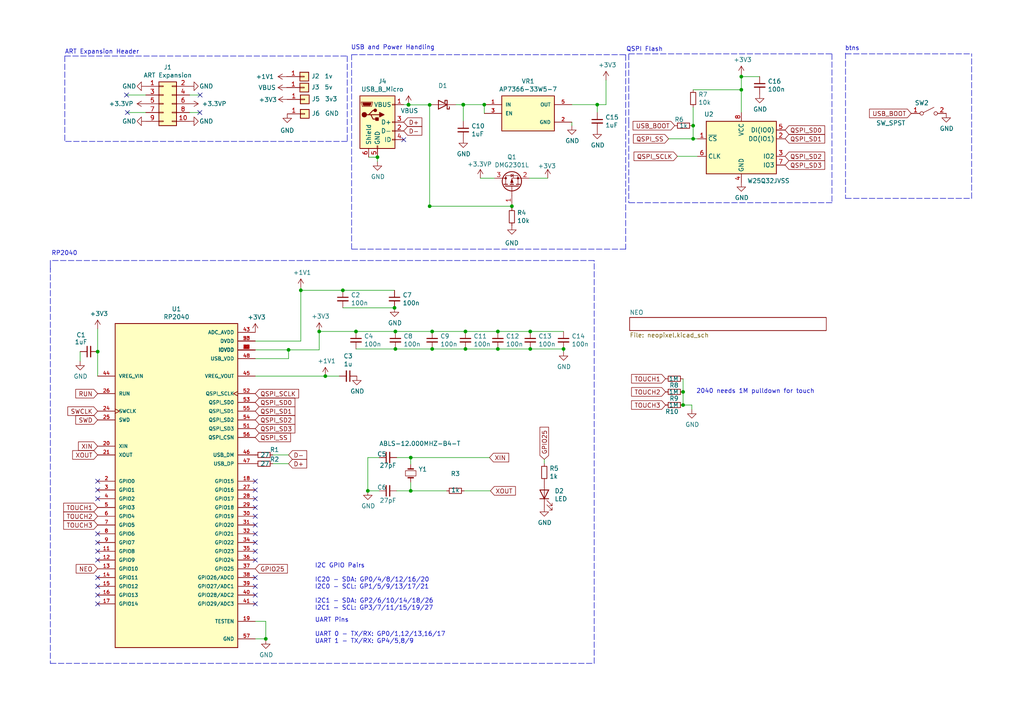
<source format=kicad_sch>
(kicad_sch (version 20211123) (generator eeschema)
  (paper "A4")
  (title_block (title "Purple Wizard Art Board - Spells") (date "2022-07-03") (rev "0.1") (company "DC801") (comment 9 "redactd"))
  (lib_symbols
    (symbol "+1V1_1" (power) (pin_names (offset 0))
      (property "Value" "+1V1_1" (at 0 3.556 0))
      (symbol "+1V1_1_1_1"
        (pin power_in line (at 0 0 90) (length 0) hide (name "+1V1") (number "1"))
      )
    )
    (symbol "+3.3V_1" (power) (pin_names (offset 0))
      (property "Value" "+3.3V_1" (at 0 3.556 0))
      (symbol "+3.3V_1_1_1"
        (pin power_in line (at 0 0 90) (length 0) hide (name "+3V3") (number "1"))
      )
    )
    (symbol "+3.3V_2" (power) (pin_names (offset 0))
      (property "Value" "+3.3V_2" (at 0 3.556 0))
      (symbol "+3.3V_2_1_1"
        (pin power_in line (at 0 0 90) (length 0) hide (name "+3V3") (number "1"))
      )
    )
    (symbol "+3.3V_4" (power) (pin_names (offset 0))
      (property "Value" "+3.3V_4" (at 0 3.556 0))
      (symbol "+3.3V_4_1_1"
        (pin power_in line (at 0 0 90) (length 0) hide (name "+3V3") (number "1"))
      )
    )
    (symbol "+3.3V_5" (power) (pin_names (offset 0))
      (property "Value" "+3.3V_5" (at 0 3.556 0))
      (symbol "+3.3V_5_1_1"
        (pin power_in line (at 0 0 90) (length 0) hide (name "+3V3") (number "1"))
      )
    )
    (symbol "+3.3V_6" (power) (pin_names (offset 0))
      (property "Value" "+3.3V_6" (at 0 3.556 0))
      (symbol "+3.3V_6_1_1"
        (pin power_in line (at 0 0 90) (length 0) hide (name "+3V3") (number "1"))
      )
    )
    (symbol "AP7366-33W5-7:AP7366-33W5-7" (pin_names (offset 1.016))
      (property "Reference" "VR" (at -7.62 6.35 0))
      (property "Value" "AP7366-33W5-7" (at -7.62 -6.35 0))
      (symbol "AP7366-33W5-7_0_0"
        (pin input line (at -12.7 2.54 0) (length 5.08) (name "IN") (number "1"))
        (pin power_in line (at 12.7 -2.54 180) (length 5.08) (name "GND") (number "2"))
        (pin input line (at -12.7 0 0) (length 5.08) (name "EN") (number "3"))
        (pin output line (at 12.7 2.54 180) (length 5.08) (name "OUT") (number "5"))
      )
    )
    (symbol "C_Small_1" (pin_numbers hide) (pin_names (offset 0.254) hide)
      (property "Reference" "C" (at 0.254 1.778 0))
      (property "Value" "C_Small_1" (at 0.254 -2.032 0))
      (symbol "C_Small_1_1_1"
        (pin passive line (at 0 2.54 270) (length 2.032) (name "~") (number "1"))
        (pin passive line (at 0 -2.54 90) (length 2.032) (name "~") (number "2"))
      )
    )
    (symbol "C_Small_11" (pin_numbers hide) (pin_names (offset 0.254) hide)
      (property "Reference" "C" (at 0.254 1.778 0))
      (property "Value" "C_Small_11" (at 0.254 -2.032 0))
      (symbol "C_Small_11_1_1"
        (pin passive line (at 0 2.54 270) (length 2.032) (name "~") (number "1"))
        (pin passive line (at 0 -2.54 90) (length 2.032) (name "~") (number "2"))
      )
    )
    (symbol "C_Small_12" (pin_numbers hide) (pin_names (offset 0.254) hide)
      (property "Reference" "C" (at 0.254 1.778 0))
      (property "Value" "C_Small_12" (at 0.254 -2.032 0))
      (symbol "C_Small_12_1_1"
        (pin passive line (at 0 2.54 270) (length 2.032) (name "~") (number "1"))
        (pin passive line (at 0 -2.54 90) (length 2.032) (name "~") (number "2"))
      )
    )
    (symbol "C_Small_16" (pin_numbers hide) (pin_names (offset 0.254) hide)
      (property "Reference" "C" (at 0.254 1.778 0))
      (property "Value" "C_Small_16" (at 0.254 -2.032 0))
      (symbol "C_Small_16_1_1"
        (pin passive line (at 0 2.54 270) (length 2.032) (name "~") (number "1"))
        (pin passive line (at 0 -2.54 90) (length 2.032) (name "~") (number "2"))
      )
    )
    (symbol "C_Small_17" (pin_numbers hide) (pin_names (offset 0.254) hide)
      (property "Reference" "C" (at 0.254 1.778 0))
      (property "Value" "C_Small_17" (at 0.254 -2.032 0))
      (symbol "C_Small_17_1_1"
        (pin passive line (at 0 2.54 270) (length 2.032) (name "~") (number "1"))
        (pin passive line (at 0 -2.54 90) (length 2.032) (name "~") (number "2"))
      )
    )
    (symbol "C_Small_18" (pin_numbers hide) (pin_names (offset 0.254) hide)
      (property "Reference" "C" (at 0.254 1.778 0))
      (property "Value" "C_Small_18" (at 0.254 -2.032 0))
      (symbol "C_Small_18_1_1"
        (pin passive line (at 0 2.54 270) (length 2.032) (name "~") (number "1"))
        (pin passive line (at 0 -2.54 90) (length 2.032) (name "~") (number "2"))
      )
    )
    (symbol "C_Small_19" (pin_numbers hide) (pin_names (offset 0.254) hide)
      (property "Reference" "C" (at 0.254 1.778 0))
      (property "Value" "C_Small_19" (at 0.254 -2.032 0))
      (symbol "C_Small_19_1_1"
        (pin passive line (at 0 2.54 270) (length 2.032) (name "~") (number "1"))
        (pin passive line (at 0 -2.54 90) (length 2.032) (name "~") (number "2"))
      )
    )
    (symbol "C_Small_2" (pin_numbers hide) (pin_names (offset 0.254) hide)
      (property "Reference" "C" (at 0.254 1.778 0))
      (property "Value" "C_Small_2" (at 0.254 -2.032 0))
      (symbol "C_Small_2_1_1"
        (pin passive line (at 0 2.54 270) (length 2.032) (name "~") (number "1"))
        (pin passive line (at 0 -2.54 90) (length 2.032) (name "~") (number "2"))
      )
    )
    (symbol "C_Small_20" (pin_numbers hide) (pin_names (offset 0.254) hide)
      (property "Reference" "C" (at 0.254 1.778 0))
      (property "Value" "C_Small_20" (at 0.254 -2.032 0))
      (symbol "C_Small_20_1_1"
        (pin passive line (at 0 2.54 270) (length 2.032) (name "~") (number "1"))
        (pin passive line (at 0 -2.54 90) (length 2.032) (name "~") (number "2"))
      )
    )
    (symbol "C_Small_3" (pin_numbers hide) (pin_names (offset 0.254) hide)
      (property "Reference" "C" (at 0.254 1.778 0))
      (property "Value" "C_Small_3" (at 0.254 -2.032 0))
      (symbol "C_Small_3_1_1"
        (pin passive line (at 0 2.54 270) (length 2.032) (name "~") (number "1"))
        (pin passive line (at 0 -2.54 90) (length 2.032) (name "~") (number "2"))
      )
    )
    (symbol "C_Small_4" (pin_numbers hide) (pin_names (offset 0.254) hide)
      (property "Reference" "C" (at 0.254 1.778 0))
      (property "Value" "C_Small_4" (at 0.254 -2.032 0))
      (symbol "C_Small_4_1_1"
        (pin passive line (at 0 2.54 270) (length 2.032) (name "~") (number "1"))
        (pin passive line (at 0 -2.54 90) (length 2.032) (name "~") (number "2"))
      )
    )
    (symbol "C_Small_5" (pin_numbers hide) (pin_names (offset 0.254) hide)
      (property "Reference" "C" (at 0.254 1.778 0))
      (property "Value" "C_Small_5" (at 0.254 -2.032 0))
      (symbol "C_Small_5_1_1"
        (pin passive line (at 0 2.54 270) (length 2.032) (name "~") (number "1"))
        (pin passive line (at 0 -2.54 90) (length 2.032) (name "~") (number "2"))
      )
    )
    (symbol "C_Small_6" (pin_numbers hide) (pin_names (offset 0.254) hide)
      (property "Reference" "C" (at 0.254 1.778 0))
      (property "Value" "C_Small_6" (at 0.254 -2.032 0))
      (symbol "C_Small_6_1_1"
        (pin passive line (at 0 2.54 270) (length 2.032) (name "~") (number "1"))
        (pin passive line (at 0 -2.54 90) (length 2.032) (name "~") (number "2"))
      )
    )
    (symbol "C_Small_7" (pin_numbers hide) (pin_names (offset 0.254) hide)
      (property "Reference" "C" (at 0.254 1.778 0))
      (property "Value" "C_Small_7" (at 0.254 -2.032 0))
      (symbol "C_Small_7_1_1"
        (pin passive line (at 0 2.54 270) (length 2.032) (name "~") (number "1"))
        (pin passive line (at 0 -2.54 90) (length 2.032) (name "~") (number "2"))
      )
    )
    (symbol "C_Small_8" (pin_numbers hide) (pin_names (offset 0.254) hide)
      (property "Reference" "C" (at 0.254 1.778 0))
      (property "Value" "C_Small_8" (at 0.254 -2.032 0))
      (symbol "C_Small_8_1_1"
        (pin passive line (at 0 2.54 270) (length 2.032) (name "~") (number "1"))
        (pin passive line (at 0 -2.54 90) (length 2.032) (name "~") (number "2"))
      )
    )
    (symbol "Connector:USB_B_Micro" (pin_names (offset 1.016))
      (property "Reference" "J" (at -5.08 11.43 0))
      (property "Value" "USB_B_Micro" (at -5.08 8.89 0))
      (symbol "USB_B_Micro_1_1"
        (pin power_out line (at 7.62 5.08 180) (length 2.54) (name "VBUS") (number "1"))
        (pin bidirectional line (at 7.62 -2.54 180) (length 2.54) (name "D-") (number "2"))
        (pin bidirectional line (at 7.62 0 180) (length 2.54) (name "D+") (number "3"))
        (pin passive line (at 7.62 -5.08 180) (length 2.54) (name "ID") (number "4"))
        (pin power_out line (at 0 -10.16 90) (length 2.54) (name "GND") (number "5"))
        (pin passive line (at -2.54 -10.16 90) (length 2.54) (name "Shield") (number "6"))
      )
    )
    (symbol "Connector_Generic:Conn_01x01" (pin_names (offset 1.016) hide)
      (property "Reference" "J" (at 0 2.54 0))
      (property "Value" "Conn_01x01" (at 0 -2.54 0))
      (symbol "Conn_01x01_1_1"
        (pin passive line (at -5.08 0 0) (length 3.81) (name "Pin_1") (number "1"))
      )
    )
    (symbol "Connector_Generic:Conn_02x05_Odd_Even" (pin_names (offset 1.016) hide)
      (property "Reference" "J" (at 1.27 7.62 0))
      (property "Value" "Conn_02x05_Odd_Even" (at 1.27 -7.62 0))
      (symbol "Conn_02x05_Odd_Even_1_1"
        (pin passive line (at -5.08 5.08 0) (length 3.81) (name "Pin_1") (number "1"))
        (pin passive line (at 7.62 -5.08 180) (length 3.81) (name "Pin_10") (number "10"))
        (pin passive line (at 7.62 5.08 180) (length 3.81) (name "Pin_2") (number "2"))
        (pin passive line (at -5.08 2.54 0) (length 3.81) (name "Pin_3") (number "3"))
        (pin passive line (at 7.62 2.54 180) (length 3.81) (name "Pin_4") (number "4"))
        (pin passive line (at -5.08 0 0) (length 3.81) (name "Pin_5") (number "5"))
        (pin passive line (at 7.62 0 180) (length 3.81) (name "Pin_6") (number "6"))
        (pin passive line (at -5.08 -2.54 0) (length 3.81) (name "Pin_7") (number "7"))
        (pin passive line (at 7.62 -2.54 180) (length 3.81) (name "Pin_8") (number "8"))
        (pin passive line (at -5.08 -5.08 0) (length 3.81) (name "Pin_9") (number "9"))
      )
    )
    (symbol "Device:C_Small" (pin_numbers hide) (pin_names (offset 0.254) hide)
      (property "Reference" "C" (at 0.254 1.778 0))
      (property "Value" "C_Small" (at 0.254 -2.032 0))
      (symbol "C_Small_1_1"
        (pin passive line (at 0 2.54 270) (length 2.032) (name "~") (number "1"))
        (pin passive line (at 0 -2.54 90) (length 2.032) (name "~") (number "2"))
      )
    )
    (symbol "Device:Crystal_Small" (pin_numbers hide) (pin_names (offset 1.016) hide)
      (property "Reference" "Y" (at 0 2.54 0))
      (property "Value" "Crystal_Small" (at 0 -2.54 0))
      (symbol "Crystal_Small_1_1"
        (pin passive line (at -2.54 0 0) (length 1.27) (name "1") (number "1"))
        (pin passive line (at 2.54 0 180) (length 1.27) (name "2") (number "2"))
      )
    )
    (symbol "Device:D_Schottky" (pin_numbers hide) (pin_names (offset 1.016) hide)
      (property "Reference" "D" (at 0 2.54 0))
      (property "Value" "D_Schottky" (at 0 -2.54 0))
      (symbol "D_Schottky_1_1"
        (pin passive line (at -3.81 0 0) (length 2.54) (name "K") (number "1"))
        (pin passive line (at 3.81 0 180) (length 2.54) (name "A") (number "2"))
      )
    )
    (symbol "Device:LED" (pin_numbers hide) (pin_names (offset 1.016) hide)
      (property "Reference" "D" (at 0 2.54 0))
      (property "Value" "LED" (at 0 -2.54 0))
      (symbol "LED_1_1"
        (pin passive line (at -3.81 0 0) (length 2.54) (name "K") (number "1"))
        (pin passive line (at 3.81 0 180) (length 2.54) (name "A") (number "2"))
      )
    )
    (symbol "Device:R_Small" (pin_numbers hide) (pin_names (offset 0.254) hide)
      (property "Reference" "R" (at 0.762 0.508 0))
      (property "Value" "R_Small" (at 0.762 -1.016 0))
      (symbol "R_Small_1_1"
        (pin passive line (at 0 2.54 270) (length 0.762) (name "~") (number "1"))
        (pin passive line (at 0 -2.54 90) (length 0.762) (name "~") (number "2"))
      )
    )
    (symbol "Memory_Flash:W25Q32JVSS"
      (property "Reference" "U" (at -8.89 8.89 0))
      (property "Value" "W25Q32JVSS" (at 7.62 8.89 0))
      (symbol "W25Q32JVSS_1_1"
        (pin input line (at -12.7 2.54 0) (length 2.54) (name "~{CS}") (number "1"))
        (pin bidirectional line (at 12.7 2.54 180) (length 2.54) (name "DO(IO1)") (number "2"))
        (pin bidirectional line (at 12.7 -2.54 180) (length 2.54) (name "IO2") (number "3"))
        (pin power_in line (at 0 -10.16 90) (length 2.54) (name "GND") (number "4"))
        (pin bidirectional line (at 12.7 5.08 180) (length 2.54) (name "DI(IO0)") (number "5"))
        (pin input line (at -12.7 -2.54 0) (length 2.54) (name "CLK") (number "6"))
        (pin bidirectional line (at 12.7 -5.08 180) (length 2.54) (name "IO3") (number "7"))
        (pin power_in line (at 0 10.16 270) (length 2.54) (name "VCC") (number "8"))
      )
    )
    (symbol "RP2040:RP2040" (pin_names (offset 1.016))
      (property "Reference" "U" (at -17.78 50.8 0))
      (property "Value" "RP2040" (at -17.78 -48.26 0))
      (symbol "RP2040_0_0"
        (pin power_in line (at 22.86 40.64 180) (length 5.08) (name "IOVDD") (number "1"))
        (pin power_in line (at 22.86 40.64 180) (length 5.08) (name "IOVDD") (number "10"))
        (pin bidirectional line (at -22.86 -17.78 0) (length 5.08) (name "GPIO8") (number "11"))
        (pin bidirectional line (at -22.86 -20.32 0) (length 5.08) (name "GPIO9") (number "12"))
        (pin bidirectional line (at -22.86 -22.86 0) (length 5.08) (name "GPIO10") (number "13"))
        (pin bidirectional line (at -22.86 -25.4 0) (length 5.08) (name "GPIO11") (number "14"))
        (pin bidirectional line (at -22.86 -27.94 0) (length 5.08) (name "GPIO12") (number "15"))
        (pin bidirectional line (at -22.86 -30.48 0) (length 5.08) (name "GPIO13") (number "16"))
        (pin bidirectional line (at -22.86 -33.02 0) (length 5.08) (name "GPIO14") (number "17"))
        (pin bidirectional line (at 22.86 2.54 180) (length 5.08) (name "GPIO15") (number "18"))
        (pin passive line (at 22.86 -38.1 180) (length 5.08) (name "TESTEN") (number "19"))
        (pin bidirectional line (at -22.86 2.54 0) (length 5.08) (name "GPIO0") (number "2"))
        (pin input line (at -22.86 12.7 0) (length 5.08) (name "XIN") (number "20"))
        (pin output line (at -22.86 10.16 0) (length 5.08) (name "XOUT") (number "21"))
        (pin power_in line (at 22.86 40.64 180) (length 5.08) (name "IOVDD") (number "22"))
        (pin power_in line (at 22.86 43.18 180) (length 5.08) (name "DVDD") (number "23"))
        (pin input clock (at -22.86 22.86 0) (length 5.08) (name "SWCLK") (number "24"))
        (pin bidirectional line (at -22.86 20.32 0) (length 5.08) (name "SWD") (number "25"))
        (pin input line (at -22.86 27.94 0) (length 5.08) (name "RUN") (number "26"))
        (pin bidirectional line (at 22.86 0 180) (length 5.08) (name "GPIO16") (number "27"))
        (pin bidirectional line (at 22.86 -2.54 180) (length 5.08) (name "GPIO17") (number "28"))
        (pin bidirectional line (at 22.86 -5.08 180) (length 5.08) (name "GPIO18") (number "29"))
        (pin bidirectional line (at -22.86 0 0) (length 5.08) (name "GPIO1") (number "3"))
        (pin bidirectional line (at 22.86 -7.62 180) (length 5.08) (name "GPIO19") (number "30"))
        (pin bidirectional line (at 22.86 -10.16 180) (length 5.08) (name "GPIO20") (number "31"))
        (pin bidirectional line (at 22.86 -12.7 180) (length 5.08) (name "GPIO21") (number "32"))
        (pin power_in line (at 22.86 40.64 180) (length 5.08) (name "IOVDD") (number "33"))
        (pin bidirectional line (at 22.86 -15.24 180) (length 5.08) (name "GPIO22") (number "34"))
        (pin bidirectional line (at 22.86 -17.78 180) (length 5.08) (name "GPIO23") (number "35"))
        (pin bidirectional line (at 22.86 -20.32 180) (length 5.08) (name "GPIO24") (number "36"))
        (pin bidirectional line (at 22.86 -22.86 180) (length 5.08) (name "GPIO25") (number "37"))
        (pin bidirectional line (at 22.86 -25.4 180) (length 5.08) (name "GPIO26/ADC0") (number "38"))
        (pin bidirectional line (at 22.86 -27.94 180) (length 5.08) (name "GPIO27/ADC1") (number "39"))
        (pin bidirectional line (at -22.86 -2.54 0) (length 5.08) (name "GPIO2") (number "4"))
        (pin bidirectional line (at 22.86 -30.48 180) (length 5.08) (name "GPIO28/ADC2") (number "40"))
        (pin bidirectional line (at 22.86 -33.02 180) (length 5.08) (name "GPIO29/ADC3") (number "41"))
        (pin power_in line (at 22.86 40.64 180) (length 5.08) (name "IOVDD") (number "42"))
        (pin power_in line (at 22.86 45.72 180) (length 5.08) (name "ADC_AVDD") (number "43"))
        (pin input line (at -22.86 33.02 0) (length 5.08) (name "VREG_VIN") (number "44"))
        (pin output line (at 22.86 33.02 180) (length 5.08) (name "VREG_VOUT") (number "45"))
        (pin bidirectional line (at 22.86 10.16 180) (length 5.08) (name "USB_DM") (number "46"))
        (pin bidirectional line (at 22.86 7.62 180) (length 5.08) (name "USB_DP") (number "47"))
        (pin power_in line (at 22.86 38.1 180) (length 5.08) (name "USB_VDD") (number "48"))
        (pin power_in line (at 22.86 40.64 180) (length 5.08) (name "IOVDD") (number "49"))
        (pin bidirectional line (at -22.86 -5.08 0) (length 5.08) (name "GPIO3") (number "5"))
        (pin power_in line (at 22.86 43.18 180) (length 5.08) (name "DVDD") (number "50"))
        (pin bidirectional line (at 22.86 17.78 180) (length 5.08) (name "QSPI_SD3") (number "51"))
        (pin bidirectional clock (at 22.86 27.94 180) (length 5.08) (name "QSPI_SCLK") (number "52"))
        (pin bidirectional line (at 22.86 25.4 180) (length 5.08) (name "QSPI_SD0") (number "53"))
        (pin bidirectional line (at 22.86 20.32 180) (length 5.08) (name "QSPI_SD2") (number "54"))
        (pin bidirectional line (at 22.86 22.86 180) (length 5.08) (name "QSPI_SD1") (number "55"))
        (pin bidirectional line (at 22.86 15.24 180) (length 5.08) (name "QSPI_CSN") (number "56"))
        (pin power_in line (at 22.86 -43.18 180) (length 5.08) (name "GND") (number "57"))
        (pin bidirectional line (at -22.86 -7.62 0) (length 5.08) (name "GPIO4") (number "6"))
        (pin bidirectional line (at -22.86 -10.16 0) (length 5.08) (name "GPIO5") (number "7"))
        (pin bidirectional line (at -22.86 -12.7 0) (length 5.08) (name "GPIO6") (number "8"))
        (pin bidirectional line (at -22.86 -15.24 0) (length 5.08) (name "GPIO7") (number "9"))
      )
    )
    (symbol "R_Small_1" (pin_numbers hide) (pin_names (offset 0.254) hide)
      (property "Reference" "R" (at 0.762 0.508 0))
      (property "Value" "R_Small_1" (at 0.762 -1.016 0))
      (symbol "R_Small_1_1_1"
        (pin passive line (at 0 2.54 270) (length 0.762) (name "~") (number "1"))
        (pin passive line (at 0 -2.54 90) (length 0.762) (name "~") (number "2"))
      )
    )
    (symbol "R_Small_2" (pin_numbers hide) (pin_names (offset 0.254) hide)
      (property "Reference" "R" (at 0.762 0.508 0))
      (property "Value" "R_Small_2" (at 0.762 -1.016 0))
      (symbol "R_Small_2_1_1"
        (pin passive line (at 0 2.54 270) (length 0.762) (name "~") (number "1"))
        (pin passive line (at 0 -2.54 90) (length 0.762) (name "~") (number "2"))
      )
    )
    (symbol "R_Small_3" (pin_numbers hide) (pin_names (offset 0.254) hide)
      (property "Reference" "R" (at 0.762 0.508 0))
      (property "Value" "R_Small_3" (at 0.762 -1.016 0))
      (symbol "R_Small_3_1_1"
        (pin passive line (at 0 2.54 270) (length 0.762) (name "~") (number "1"))
        (pin passive line (at 0 -2.54 90) (length 0.762) (name "~") (number "2"))
      )
    )
    (symbol "R_Small_4" (pin_numbers hide) (pin_names (offset 0.254) hide)
      (property "Reference" "R" (at 0.762 0.508 0))
      (property "Value" "R_Small_4" (at 0.762 -1.016 0))
      (symbol "R_Small_4_1_1"
        (pin passive line (at 0 2.54 270) (length 0.762) (name "~") (number "1"))
        (pin passive line (at 0 -2.54 90) (length 0.762) (name "~") (number "2"))
      )
    )
    (symbol "R_Small_8" (pin_numbers hide) (pin_names (offset 0.254) hide)
      (property "Reference" "R" (at 0.762 0.508 0))
      (property "Value" "R_Small_8" (at 0.762 -1.016 0))
      (symbol "R_Small_8_1_1"
        (pin passive line (at 0 2.54 270) (length 0.762) (name "~") (number "1"))
        (pin passive line (at 0 -2.54 90) (length 0.762) (name "~") (number "2"))
      )
    )
    (symbol "R_Small_9" (pin_numbers hide) (pin_names (offset 0.254) hide)
      (property "Reference" "R" (at 0.762 0.508 0))
      (property "Value" "R_Small_9" (at 0.762 -1.016 0))
      (symbol "R_Small_9_1_1"
        (pin passive line (at 0 2.54 270) (length 0.762) (name "~") (number "1"))
        (pin passive line (at 0 -2.54 90) (length 0.762) (name "~") (number "2"))
      )
    )
    (symbol "Switch:SW_SPST" (pin_names (offset 0) hide)
      (property "Reference" "SW" (at 0 3.175 0))
      (property "Value" "SW_SPST" (at 0 -2.54 0))
      (symbol "SW_SPST_1_1"
        (pin passive line (at -5.08 0 0) (length 2.54) (name "A") (number "1"))
        (pin passive line (at 5.08 0 180) (length 2.54) (name "B") (number "2"))
      )
    )
    (symbol "Transistor_FET:DMG2301L" (pin_names hide)
      (property "Reference" "Q" (at 5.08 1.905 0))
      (property "Value" "DMG2301L" (at 5.08 0 0))
      (symbol "DMG2301L_1_1"
        (pin input line (at -5.08 0 0) (length 2.54) (name "G") (number "1"))
        (pin passive line (at 2.54 -5.08 90) (length 2.54) (name "S") (number "2"))
        (pin passive line (at 2.54 5.08 270) (length 2.54) (name "D") (number "3"))
      )
    )
    (symbol "power:+1V1" (power) (pin_names (offset 0))
      (property "Value" "+1V1" (at 0 3.556 0))
      (symbol "+1V1_1_1"
        (pin power_in line (at 0 0 90) (length 0) hide (name "+1V1") (number "1"))
      )
    )
    (symbol "power:+3.3V" (power) (pin_names (offset 0))
      (property "Value" "+3.3V" (at 0 3.556 0))
      (symbol "+3.3V_1_1"
        (pin power_in line (at 0 0 90) (length 0) hide (name "+3V3") (number "1"))
      )
    )
    (symbol "power:+3.3VP" (power) (pin_names (offset 0))
      (property "Value" "+3.3VP" (at 0 2.54 0))
      (symbol "+3.3VP_0_0"
        (pin power_in line (at 0 0 90) (length 0) hide (name "+3.3VP") (number "1"))
      )
    )
    (symbol "power:+3V3" (power) (pin_names (offset 0))
      (property "Value" "+3V3" (at 0 3.556 0))
      (symbol "+3V3_1_1"
        (pin power_in line (at 0 0 90) (length 0) hide (name "+3V3") (number "1"))
      )
    )
    (symbol "power:GND" (power) (pin_names (offset 0))
      (property "Value" "GND" (at 0 -3.81 0))
      (symbol "GND_1_1"
        (pin power_in line (at 0 0 270) (length 0) hide (name "GND") (number "1"))
      )
    )
    (symbol "power:VBUS" (power) (pin_names (offset 0))
      (property "Value" "VBUS" (at 0 3.81 0))
      (symbol "VBUS_1_1"
        (pin power_in line (at 0 0 90) (length 0) hide (name "VBUS") (number "1"))
      )
    )
  )
  (junction (at 163.449 101.219))
  (junction (at 198.12 117.475))
  (junction (at 201.041 36.449))
  (junction (at 201.041 40.259))
  (junction (at 119.126 132.715))
  (junction (at 77.089 185.293))
  (junction (at 118.491 30.353))
  (junction (at 119.126 142.367))
  (junction (at 198.12 113.665))
  (junction (at 94.361 109.093))
  (junction (at 92.583 96.139))
  (junction (at 114.427 89.281))
  (junction (at 215.011 22.225))
  (junction (at 87.249 84.201))
  (junction (at 153.797 96.139))
  (junction (at 125.349 101.219))
  (junction (at 99.441 84.201))
  (junction (at 134.366 30.3668))
  (junction (at 148.463 59.817))
  (junction (at 106.68 142.367))
  (junction (at 124.6164 59.817))
  (junction (at 109.474 45.593))
  (junction (at 153.797 101.219))
  (junction (at 173.228 30.353))
  (junction (at 83.693 101.473))
  (junction (at 135.001 101.219))
  (junction (at 114.681 101.219))
  (junction (at 144.399 101.219))
  (junction (at 134.366 30.353))
  (junction (at 103.251 96.139))
  (junction (at 118.491 30.4188))
  (junction (at 144.399 96.139))
  (junction (at 124.6164 30.4188))
  (junction (at 114.681 96.139))
  (junction (at 125.349 96.139))
  (junction (at 215.011 26.035))
  (junction (at 140.462 30.353))
  (junction (at 135.001 96.139))
  (junction (at 28.321 101.981))
  (no_connect (at 28.321 170.053))
  (no_connect (at 57.9465 32.639))
  (no_connect (at 36.957 32.639))
  (no_connect (at 58.039 27.559))
  (no_connect (at 36.703 27.559))
  (no_connect (at 117.094 40.513))
  (no_connect (at 74.041 175.133))
  (no_connect (at 28.321 162.433))
  (no_connect (at 28.321 172.593))
  (no_connect (at 28.321 139.573))
  (no_connect (at 28.321 142.113))
  (no_connect (at 74.041 154.813))
  (no_connect (at 28.321 175.133))
  (no_connect (at 74.041 139.573))
  (no_connect (at 74.041 142.113))
  (no_connect (at 74.041 144.653))
  (no_connect (at 28.321 167.513))
  (no_connect (at 74.041 172.593))
  (no_connect (at 74.041 167.513))
  (no_connect (at 74.041 170.053))
  (no_connect (at 28.321 154.813))
  (no_connect (at 74.041 152.273))
  (no_connect (at 74.041 149.733))
  (no_connect (at 74.041 159.893))
  (no_connect (at 28.321 159.893))
  (no_connect (at 28.321 144.653))
  (no_connect (at 74.041 162.433))
  (no_connect (at 28.321 157.353))
  (no_connect (at 74.041 157.353))
  (no_connect (at 74.041 147.193))
  (wire (pts (xy 106.68 132.715) (xy 106.68 142.367)))
  (wire (pts (xy 135.001 101.219) (xy 144.399 101.219)))
  (wire (pts (xy 74.041 180.213) (xy 77.089 180.213)))
  (polyline (pts (xy 182.372 35.687) (xy 182.372 15.621)))
  (polyline (pts (xy 14.605 77.343) (xy 14.605 192.405)))
  (wire (pts (xy 144.399 96.139) (xy 153.797 96.139)))
  (wire (pts (xy 173.228 30.353) (xy 175.768 30.353)))
  (wire (pts (xy 165.862 35.433) (xy 165.862 36.449)))
  (wire (pts (xy 201.041 36.449) (xy 201.041 31.115)))
  (wire (pts (xy 77.089 185.293) (xy 77.089 185.547)))
  (wire (pts (xy 109.474 45.593) (xy 109.474 46.863)))
  (wire (pts (xy 54.991 32.639) (xy 58.039 32.639)))
  (wire (pts (xy 114.681 96.139) (xy 125.349 96.139)))
  (wire (pts (xy 134.366 30.353) (xy 134.366 30.3668)))
  (wire (pts (xy 106.934 45.593) (xy 109.474 45.593)))
  (wire (pts (xy 79.121 131.953) (xy 83.693 131.953)))
  (wire (pts (xy 87.249 84.201) (xy 87.249 83.439)))
  (wire (pts (xy 144.399 101.219) (xy 153.797 101.219)))
  (wire (pts (xy 202.311 40.259) (xy 201.041 40.259)))
  (wire (pts (xy 114.681 101.219) (xy 125.349 101.219)))
  (wire (pts (xy 119.126 142.367) (xy 129.54 142.367)))
  (polyline (pts (xy 101.981 72.263) (xy 101.981 15.875)))
  (wire (pts (xy 87.249 84.201) (xy 87.249 98.933)))
  (wire (pts (xy 99.441 84.201) (xy 114.427 84.201)))
  (wire (pts (xy 132.2364 30.3668) (xy 134.366 30.3668)))
  (wire (pts (xy 36.957 32.639) (xy 42.291 32.639)))
  (wire (pts (xy 134.62 142.367) (xy 142.24 142.367)))
  (polyline (pts (xy 241.3 58.801) (xy 182.372 58.801)))
  (wire (pts (xy 54.991 27.559) (xy 58.039 27.559)))
  (wire (pts (xy 200.66 117.475) (xy 200.66 118.745)))
  (wire (pts (xy 215.011 26.035) (xy 215.011 32.639)))
  (wire (pts (xy 124.587 59.817) (xy 124.6164 59.817)))
  (wire (pts (xy 74.041 109.093) (xy 94.361 109.093)))
  (wire (pts (xy 109.982 132.715) (xy 106.68 132.715)))
  (wire (pts (xy 92.583 96.139) (xy 103.251 96.139)))
  (wire (pts (xy 196.469 45.339) (xy 202.311 45.339)))
  (polyline (pts (xy 172.339 75.565) (xy 14.605 75.565)))
  (wire (pts (xy 173.228 30.353) (xy 173.228 32.639)))
  (wire (pts (xy 198.12 109.855) (xy 198.12 113.665)))
  (wire (pts (xy 79.121 134.493) (xy 83.693 134.493)))
  (wire (pts (xy 215.011 22.225) (xy 215.011 26.035)))
  (polyline (pts (xy 14.605 192.405) (xy 172.339 192.405)))
  (wire (pts (xy 28.321 101.981) (xy 28.321 109.093)))
  (wire (pts (xy 157.861 133.223) (xy 157.861 134.493)))
  (wire (pts (xy 153.797 96.139) (xy 163.449 96.139)))
  (wire (pts (xy 148.463 59.309) (xy 148.463 59.817)))
  (wire (pts (xy 125.349 101.219) (xy 135.001 101.219)))
  (wire (pts (xy 92.583 96.139) (xy 92.583 101.473)))
  (polyline (pts (xy 182.372 15.621) (xy 241.3 15.621)))
  (polyline (pts (xy 18.796 16.256) (xy 18.796 41.275)))
  (wire (pts (xy 135.001 96.139) (xy 144.399 96.139)))
  (wire (pts (xy 163.449 101.219) (xy 163.449 101.981)))
  (polyline (pts (xy 281.813 57.531) (xy 281.813 15.621)))
  (wire (pts (xy 198.12 117.475) (xy 200.66 117.475)))
  (wire (pts (xy 220.345 22.225) (xy 215.011 22.225)))
  (wire (pts (xy 165.862 30.353) (xy 173.228 30.353)))
  (wire (pts (xy 153.543 51.689) (xy 158.877 51.689)))
  (wire (pts (xy 124.6164 30.3668) (xy 124.6164 30.4188)))
  (polyline (pts (xy 181.483 15.875) (xy 181.483 72.263)))
  (wire (pts (xy 201.041 26.035) (xy 215.011 26.035)))
  (polyline (pts (xy 172.339 192.405) (xy 172.339 75.565)))
  (polyline (pts (xy 245.237 15.621) (xy 281.813 15.621)))
  (wire (pts (xy 103.251 96.139) (xy 114.681 96.139)))
  (wire (pts (xy 74.041 185.293) (xy 77.089 185.293)))
  (wire (pts (xy 74.041 98.933) (xy 87.249 98.933)))
  (wire (pts (xy 153.797 101.219) (xy 163.449 101.219)))
  (wire (pts (xy 87.249 84.201) (xy 99.441 84.201)))
  (wire (pts (xy 201.041 40.259) (xy 201.041 36.449)))
  (polyline (pts (xy 241.3 15.621) (xy 241.3 58.801)))
  (wire (pts (xy 140.462 32.893) (xy 140.462 30.353)))
  (wire (pts (xy 148.463 59.817) (xy 148.463 60.325)))
  (polyline (pts (xy 18.796 16.256) (xy 100.711 16.256)))
  (polyline (pts (xy 182.372 35.433) (xy 182.372 58.801)))
  (wire (pts (xy 124.6164 30.4188) (xy 124.6164 59.817)))
  (wire (pts (xy 124.6164 59.817) (xy 148.463 59.817)))
  (wire (pts (xy 77.089 180.213) (xy 77.089 185.293)))
  (wire (pts (xy 36.703 27.559) (xy 42.291 27.559)))
  (wire (pts (xy 115.062 142.367) (xy 119.126 142.367)))
  (polyline (pts (xy 245.237 15.367) (xy 245.237 57.531)))
  (polyline (pts (xy 100.711 41.021) (xy 18.796 41.021)))
  (polyline (pts (xy 14.605 75.565) (xy 14.605 78.105)))
  (wire (pts (xy 198.12 113.665) (xy 198.12 117.475)))
  (wire (pts (xy 193.929 40.259) (xy 201.041 40.259)))
  (wire (pts (xy 74.041 104.013) (xy 83.693 104.013)))
  (wire (pts (xy 124.6164 30.4188) (xy 118.491 30.4188)))
  (wire (pts (xy 119.126 132.715) (xy 115.062 132.715)))
  (wire (pts (xy 23.241 101.981) (xy 23.241 104.775)))
  (wire (pts (xy 119.126 139.827) (xy 119.126 142.367)))
  (polyline (pts (xy 100.711 16.256) (xy 100.711 41.021)))
  (wire (pts (xy 119.126 132.715) (xy 141.986 132.715)))
  (polyline (pts (xy 181.483 72.263) (xy 101.981 72.263)))
  (wire (pts (xy 103.251 101.219) (xy 114.681 101.219)))
  (wire (pts (xy 83.693 104.013) (xy 83.693 101.473)))
  (wire (pts (xy 117.094 30.353) (xy 118.491 30.353)))
  (wire (pts (xy 94.361 109.093) (xy 98.425 109.093)))
  (wire (pts (xy 134.366 30.353) (xy 140.462 30.353)))
  (wire (pts (xy 175.768 30.353) (xy 175.768 23.241)))
  (polyline (pts (xy 245.237 57.531) (xy 281.813 57.531)))
  (wire (pts (xy 83.693 101.473) (xy 92.583 101.473)))
  (wire (pts (xy 134.366 30.3668) (xy 134.366 35.179)))
  (wire (pts (xy 99.441 89.281) (xy 114.427 89.281)))
  (wire (pts (xy 118.491 30.4188) (xy 118.491 30.353)))
  (wire (pts (xy 74.041 101.473) (xy 83.693 101.473)))
  (polyline (pts (xy 101.981 15.875) (xy 181.483 15.875)))
  (wire (pts (xy 106.68 142.367) (xy 109.982 142.367)))
  (wire (pts (xy 215.011 21.717) (xy 215.011 22.225)))
  (wire (pts (xy 139.319 51.689) (xy 143.383 51.689)))
  (wire (pts (xy 28.321 95.377) (xy 28.321 101.981)))
  (wire (pts (xy 119.126 134.747) (xy 119.126 132.715)))
  (wire (pts (xy 201.041 36.449) (xy 200.787 36.449)))
  (wire (pts (xy 125.349 96.139) (xy 135.001 96.139)))
  (text "USB and Power Handling" (at 126.111 14.605 180) (effects (font (size 1.27 1.27)) (justify right bottom)))
  (text "2040 needs 1M pulldown for touch" (at 201.93 114.3 0) (effects (font (size 1.27 1.27)) (justify left bottom)))
  (text "QSPI Flash" (at 192.278 15.113 180) (effects (font (size 1.27 1.27)) (justify right bottom)))
  (text "I2C GPIO Pairs\n\nIC20 - SDA: GP0/4/8/12/16/20\nI2C0 - SCL: GP1/5/9/13/17/21\n\nI2C1 - SDA: GP2/6/10/14/18/26\nI2C1 - SCL: GP3/7/11/15/19/27" (at 91.313 177.165 0) (effects (font (size 1.27 1.27)) (justify left bottom)))
  (text "RP2040" (at 22.479 74.295 180) (effects (font (size 1.27 1.27)) (justify right bottom)))
  (text "btns" (at 249.301 14.859 180) (effects (font (size 1.27 1.27)) (justify right bottom)))
  (text "ART Expansion Header" (at 18.796 15.875 0) (effects (font (size 1.27 1.27)) (justify left bottom)))
  (text "UART Pins\n\nUART 0 - TX/RX: GP0/1,12/13,16/17\nUART 1 - TX/RX: GP4/5,8/9\n\n" (at 91.313 188.849 0) (effects (font (size 1.27 1.27)) (justify left bottom)))
  (global_label "QSPI_SD0" (shape input) (at 74.041 116.713 0) (property "Intersheet References" "${INTERSHEET_REFS}" (effects hide)))
  (global_label "D-" (shape input) (at 117.094 37.973 0) (property "Intersheet References" "${INTERSHEET_REFS}" (effects hide)))
  (global_label "TOUCH1" (shape input) (at 193.04 109.855 180) (property "Intersheet References" "${INTERSHEET_REFS}" (effects hide)))
  (global_label "TOUCH3" (shape input) (at 28.321 152.273 180) (property "Intersheet References" "${INTERSHEET_REFS}" (effects hide)))
  (global_label "SWD" (shape input) (at 28.321 121.793 180) (property "Intersheet References" "${INTERSHEET_REFS}" (effects hide)))
  (global_label "RUN" (shape input) (at 28.321 114.173 180) (property "Intersheet References" "${INTERSHEET_REFS}" (effects hide)))
  (global_label "SWCLK" (shape input) (at 28.321 119.253 180) (property "Intersheet References" "${INTERSHEET_REFS}" (effects hide)))
  (global_label "GPIO25" (shape input) (at 74.041 164.973 0) (property "Intersheet References" "${INTERSHEET_REFS}" (effects hide)))
  (global_label "QSPI_SCLK" (shape input) (at 74.041 114.173 0) (property "Intersheet References" "${INTERSHEET_REFS}" (effects hide)))
  (global_label "D-" (shape input) (at 83.693 131.953 0) (property "Intersheet References" "${INTERSHEET_REFS}" (effects hide)))
  (global_label "QSPI_SD1" (shape input) (at 74.041 119.253 0) (property "Intersheet References" "${INTERSHEET_REFS}" (effects hide)))
  (global_label "QSPI_SD3" (shape input) (at 227.711 47.879 0) (property "Intersheet References" "${INTERSHEET_REFS}" (effects hide)))
  (global_label "TOUCH2" (shape input) (at 193.04 113.665 180) (property "Intersheet References" "${INTERSHEET_REFS}" (effects hide)))
  (global_label "QSPI_SS" (shape input) (at 74.041 126.873 0) (property "Intersheet References" "${INTERSHEET_REFS}" (effects hide)))
  (global_label "QSPI_SCLK" (shape input) (at 196.469 45.339 180) (property "Intersheet References" "${INTERSHEET_REFS}" (effects hide)))
  (global_label "QSPI_SD0" (shape input) (at 227.711 37.719 0) (property "Intersheet References" "${INTERSHEET_REFS}" (effects hide)))
  (global_label "GPIO25" (shape input) (at 157.861 133.223 90) (property "Intersheet References" "${INTERSHEET_REFS}" (effects hide)))
  (global_label "USB_BOOT" (shape input) (at 264.287 32.893 180) (property "Intersheet References" "${INTERSHEET_REFS}" (effects hide)))
  (global_label "TOUCH2" (shape input) (at 28.321 149.733 180) (property "Intersheet References" "${INTERSHEET_REFS}" (effects hide)))
  (global_label "QSPI_SD2" (shape input) (at 227.711 45.339 0) (property "Intersheet References" "${INTERSHEET_REFS}" (effects hide)))
  (global_label "NEO" (shape input) (at 28.321 164.973 180) (property "Intersheet References" "${INTERSHEET_REFS}" (effects hide)))
  (global_label "QSPI_SS" (shape input) (at 193.929 40.259 180) (property "Intersheet References" "${INTERSHEET_REFS}" (effects hide)))
  (global_label "XIN" (shape input) (at 28.321 129.413 180) (property "Intersheet References" "${INTERSHEET_REFS}" (effects hide)))
  (global_label "XOUT" (shape input) (at 142.24 142.367 0) (property "Intersheet References" "${INTERSHEET_REFS}" (effects hide)))
  (global_label "QSPI_SD2" (shape input) (at 74.041 121.793 0) (property "Intersheet References" "${INTERSHEET_REFS}" (effects hide)))
  (global_label "TOUCH3" (shape input) (at 193.04 117.475 180) (property "Intersheet References" "${INTERSHEET_REFS}" (effects hide)))
  (global_label "USB_BOOT" (shape input) (at 195.707 36.449 180) (property "Intersheet References" "${INTERSHEET_REFS}" (effects hide)))
  (global_label "XIN" (shape input) (at 141.986 132.715 0) (property "Intersheet References" "${INTERSHEET_REFS}" (effects hide)))
  (global_label "XOUT" (shape input) (at 28.321 131.953 180) (property "Intersheet References" "${INTERSHEET_REFS}" (effects hide)))
  (global_label "QSPI_SD3" (shape input) (at 74.041 124.333 0) (property "Intersheet References" "${INTERSHEET_REFS}" (effects hide)))
  (global_label "D+" (shape input) (at 117.094 35.433 0) (property "Intersheet References" "${INTERSHEET_REFS}" (effects hide)))
  (global_label "QSPI_SD1" (shape input) (at 227.711 40.259 0) (property "Intersheet References" "${INTERSHEET_REFS}" (effects hide)))
  (global_label "D+" (shape input) (at 83.693 134.493 0) (property "Intersheet References" "${INTERSHEET_REFS}" (effects hide)))
  (global_label "TOUCH1" (shape input) (at 28.321 147.193 180) (property "Intersheet References" "${INTERSHEET_REFS}" (effects hide)))
  (symbol (lib_id "power:GND") (at 114.427 89.281 0) (unit 1)
    (property "Reference" "#PWR0126" (effects hide))
    (property "Value" "GND" (at 114.554 93.6752 0))
  )
  (symbol (lib_name "R_Small_4") (lib_id "Device:R_Small") (at 148.463 62.865 0) (unit 1)
    (property "Reference" "R4" (at 149.9616 61.6966 0) (effects (justify left)))
    (property "Value" "10k" (at 149.9616 64.008 0) (effects (justify left)))
    (property "Footprint" "Resistor_SMD:R_0603_1608Metric_Pad0.98x0.95mm_HandSolder" (effects hide))
  )
  (symbol (lib_id "power:GND") (at 165.862 36.449 0) (unit 1)
    (property "Reference" "#PWR0121" (effects hide))
    (property "Value" "GND" (at 165.989 40.8432 0))
  )
  (symbol (lib_id "power:GND") (at 173.228 37.719 0) (unit 1)
    (property "Reference" "#PWR0122" (effects hide))
    (property "Value" "GND" (at 173.355 42.1132 0))
  )
  (symbol (lib_id "Device:R_Small") (at 157.861 137.033 0) (unit 1)
    (property "Reference" "R5" (at 159.3596 135.8646 0) (effects (justify left)))
    (property "Value" "1k" (at 159.3596 138.176 0) (effects (justify left)))
    (property "Footprint" "Resistor_SMD:R_0603_1608Metric_Pad0.98x0.95mm_HandSolder" (effects hide))
  )
  (symbol (lib_id "Device:R_Small") (at 195.58 109.855 90) (unit 1)
    (property "Reference" "R8" (at 196.85 111.76 90) (effects (justify left)))
    (property "Value" "1M" (at 196.85 109.855 90) (effects (justify left)))
    (property "Footprint" "Resistor_SMD:R_0603_1608Metric_Pad0.98x0.95mm_HandSolder" (effects hide))
  )
  (symbol (lib_id "power:GND") (at 77.089 185.547 0) (unit 1)
    (property "Reference" "#PWR0105" (effects hide))
    (property "Value" "GND" (at 77.216 189.9412 0))
  )
  (symbol (lib_id "power:GND") (at 163.449 101.981 0) (unit 1)
    (property "Reference" "#PWR0119" (effects hide))
    (property "Value" "GND" (at 163.576 106.3752 0))
  )
  (symbol (lib_id "Transistor_FET:DMG2301L") (at 148.463 54.229 90) (unit 1)
    (property "Reference" "Q1" (at 148.463 45.5422 90))
    (property "Value" "DMG2301L" (at 148.463 47.8536 90))
    (property "Footprint" "Package_TO_SOT_SMD:SOT-23" (effects hide))
    (property "Datasheet" "https://www.diodes.com/assets/Datasheets/DMG2301L.pdf" (effects hide))
    (property "PN" "DMG2301L-7" (effects hide))
  )
  (symbol (lib_id "power:GND") (at 106.68 142.367 0) (unit 1)
    (property "Reference" "#PWR0104" (effects hide))
    (property "Value" "GND" (at 106.807 146.7612 0))
  )
  (symbol (lib_id "power:GND") (at 23.241 104.775 0) (unit 1)
    (property "Reference" "#PWR0103" (effects hide))
    (property "Value" "GND" (at 23.368 109.1692 0))
  )
  (symbol (lib_id "power:GND") (at 54.991 25.019 90) (unit 1)
    (property "Reference" "#PWR0116" (effects hide))
    (property "Value" "GND" (at 59.817 25.019 90))
  )
  (symbol (lib_id "RP2040:RP2040") (at 51.181 142.113 0) (unit 1)
    (property "Reference" "U1" (at 51.181 89.6112 0))
    (property "Value" "RP2040" (at 51.181 91.9226 0))
    (property "Footprint" "rp2040:QFN40P700X700X90-57N" (effects hide))
    (property "STANDARD" "IPC 7351B" (effects hide))
    (property "MANUFACTURER" "Raspberry Pi" (effects hide))
    (property "MAXIMUM_PACKAGE_HEIGHT" "0.9 mm" (effects hide))
    (property "PARTREV" "1.6.1" (effects hide))
  )
  (symbol (lib_name "+3.3V_1") (lib_id "power:+3.3V") (at 158.877 51.689 0) (unit 1)
    (property "Reference" "#PWR0120" (effects hide))
    (property "Value" "+3.3V" (at 158.623 48.133 0))
  )
  (symbol (lib_id "power:GND") (at 109.474 46.863 0) (unit 1)
    (property "Reference" "#PWR0127" (effects hide))
    (property "Value" "GND" (at 109.601 51.2572 0))
  )
  (symbol (lib_name "+1V1_1") (lib_id "power:+1V1") (at 83.185 22.225 90) (unit 1)
    (property "Reference" "#PWR01" (effects hide))
    (property "Value" "+1V1" (at 76.835 22.225 90))
  )
  (symbol (lib_name "R_Small_2") (lib_id "Device:R_Small") (at 76.581 131.953 90) (unit 1)
    (property "Reference" "R1" (at 79.629 130.429 90))
    (property "Value" "27" (at 76.835 131.953 90))
    (property "Footprint" "Resistor_SMD:R_0603_1608Metric_Pad0.98x0.95mm_HandSolder" (effects hide))
  )
  (symbol (lib_name "C_Small_17") (lib_id "Device:C_Small") (at 153.797 98.679 0) (unit 1)
    (property "Reference" "C13" (at 156.1338 97.5106 0) (effects (justify left)))
    (property "Value" "100n" (at 156.1338 99.822 0) (effects (justify left)))
    (property "Footprint" "Capacitor_SMD:C_0603_1608Metric_Pad1.08x0.95mm_HandSolder" (effects hide))
  )
  (symbol (lib_name "R_Small_1") (lib_id "Device:R_Small") (at 132.08 142.367 270) (unit 1)
    (property "Reference" "R3" (at 132.08 137.3886 90))
    (property "Value" "1k" (at 132.08 142.113 90))
    (property "Footprint" "Resistor_SMD:R_0603_1608Metric_Pad0.98x0.95mm_HandSolder" (effects hide))
  )
  (symbol (lib_id "Connector_Generic:Conn_01x01") (at 88.265 25.4 0) (unit 1)
    (property "Reference" "J3" (at 90.297 25.273 0) (effects (justify left)))
    (property "Value" "5v" (at 94.107 25.273 0) (effects (justify left)))
    (property "Footprint" "TestPoint:TestPoint_Pad_D1.0mm" (effects hide))
  )
  (symbol (lib_id "power:GND") (at 157.861 147.193 0) (unit 1)
    (property "Reference" "#PWR0118" (effects hide))
    (property "Value" "GND" (at 157.988 151.5872 0))
  )
  (symbol (lib_name "C_Small_8") (lib_id "Device:C_Small") (at 100.965 109.093 270) (unit 1)
    (property "Reference" "C3" (at 100.965 103.2764 90))
    (property "Value" "1u" (at 100.965 105.5878 90))
    (property "Footprint" "Capacitor_SMD:C_0603_1608Metric_Pad1.08x0.95mm_HandSolder" (effects hide))
  )
  (symbol (lib_id "power:GND") (at 83.312 33.02 0) (unit 1)
    (property "Reference" "#PWR04" (effects hide))
    (property "Value" "GND" (at 83.312 37.846 0))
  )
  (symbol (lib_name "+3.3V_6") (lib_id "power:+3.3V") (at 175.768 23.241 0) (unit 1)
    (property "Reference" "#PWR0123" (effects hide))
    (property "Value" "+3.3V" (at 176.149 18.8468 0))
  )
  (symbol (lib_id "power:GND") (at 103.505 109.093 0) (unit 1)
    (property "Reference" "#PWR0101" (effects hide))
    (property "Value" "GND" (at 103.632 113.4872 0))
  )
  (symbol (lib_id "power:+3.3VP") (at 139.319 51.689 0) (unit 1)
    (property "Reference" "#PWR0128" (effects hide))
    (property "Value" "+3.3VP" (at 135.509 47.625 0) (effects (justify left)))
  )
  (symbol (lib_name "+3.3V_4") (lib_id "power:+3.3V") (at 74.041 96.393 0) (unit 1)
    (property "Reference" "#PWR0106" (effects hide))
    (property "Value" "+3.3V" (at 74.422 91.9988 0))
  )
  (symbol (lib_name "C_Small_11") (lib_id "Device:C_Small") (at 134.366 37.719 0) (unit 1)
    (property "Reference" "C10" (at 136.7028 36.5506 0) (effects (justify left)))
    (property "Value" "1uF" (at 136.7028 38.862 0) (effects (justify left)))
    (property "Footprint" "Capacitor_SMD:C_0603_1608Metric_Pad1.08x0.95mm_HandSolder" (effects hide))
  )
  (symbol (lib_id "Connector_Generic:Conn_01x01") (at 88.392 28.829 0) (unit 1)
    (property "Reference" "J5" (at 90.424 28.702 0) (effects (justify left)))
    (property "Value" "3v3" (at 94.234 28.702 0) (effects (justify left)))
    (property "Footprint" "TestPoint:TestPoint_Pad_4.0x4.0mm" (effects hide))
  )
  (symbol (lib_id "Connector_Generic:Conn_01x01") (at 88.265 22.225 0) (unit 1)
    (property "Reference" "J2" (at 90.297 22.098 0) (effects (justify left)))
    (property "Value" "1v" (at 94.107 22.098 0) (effects (justify left)))
    (property "Footprint" "TestPoint:TestPoint_Pad_D1.0mm" (effects hide))
  )
  (symbol (lib_name "C_Small_4") (lib_id "Device:C_Small") (at 99.441 86.741 0) (unit 1)
    (property "Reference" "C2" (at 101.7778 85.5726 0) (effects (justify left)))
    (property "Value" "100n" (at 101.7778 87.884 0) (effects (justify left)))
    (property "Footprint" "Capacitor_SMD:C_0603_1608Metric_Pad1.08x0.95mm_HandSolder" (effects hide))
  )
  (symbol (lib_name "C_Small_3") (lib_id "Device:C_Small") (at 25.781 101.981 90) (unit 1)
    (property "Reference" "C1" (at 23.495 97.155 90))
    (property "Value" "1uF" (at 23.495 99.187 90))
    (property "Footprint" "Capacitor_SMD:C_0603_1608Metric_Pad1.08x0.95mm_HandSolder" (effects hide))
  )
  (symbol (lib_name "R_Small_8") (lib_id "Device:R_Small") (at 198.247 36.449 270) (unit 1)
    (property "Reference" "R6" (at 196.977 34.671 90))
    (property "Value" "1k" (at 198.247 36.449 90))
    (property "Footprint" "Resistor_SMD:R_0603_1608Metric_Pad0.98x0.95mm_HandSolder" (effects hide))
  )
  (symbol (lib_name "C_Small_19") (lib_id "Device:C_Small") (at 135.001 98.679 0) (unit 1)
    (property "Reference" "C11" (at 137.3378 97.5106 0) (effects (justify left)))
    (property "Value" "100n" (at 137.3378 99.822 0) (effects (justify left)))
    (property "Footprint" "Capacitor_SMD:C_0603_1608Metric_Pad1.08x0.95mm_HandSolder" (effects hide))
  )
  (symbol (lib_id "Device:C_Small") (at 220.345 24.765 0) (unit 1)
    (property "Reference" "C16" (at 222.6818 23.5966 0) (effects (justify left)))
    (property "Value" "100n" (at 222.6818 25.908 0) (effects (justify left)))
    (property "Footprint" "Capacitor_SMD:C_0603_1608Metric_Pad1.08x0.95mm_HandSolder" (effects hide))
  )
  (symbol (lib_name "C_Small_16") (lib_id "Device:C_Small") (at 163.449 98.679 0) (unit 1)
    (property "Reference" "C14" (at 165.7858 97.5106 0) (effects (justify left)))
    (property "Value" "100n" (at 165.7858 99.822 0) (effects (justify left)))
    (property "Footprint" "Capacitor_SMD:C_0603_1608Metric_Pad1.08x0.95mm_HandSolder" (effects hide))
  )
  (symbol (lib_name "+1V1_1") (lib_id "power:+1V1") (at 87.249 83.439 0) (unit 1)
    (property "Reference" "#PWR0108" (effects hide))
    (property "Value" "+1V1" (at 87.63 79.0448 0))
  )
  (symbol (lib_id "power:GND") (at 274.447 32.893 0) (unit 1)
    (property "Reference" "#PWR0133" (effects hide))
    (property "Value" "GND" (at 274.574 37.2872 0))
  )
  (symbol (lib_name "C_Small_2") (lib_id "Device:C_Small") (at 112.522 132.715 90) (unit 1)
    (property "Reference" "C5" (at 110.744 131.699 90))
    (property "Value" "27pF" (at 112.522 135.001 90))
    (property "Footprint" "Capacitor_SMD:C_0603_1608Metric_Pad1.08x0.95mm_HandSolder" (effects hide))
  )
  (symbol (lib_id "Memory_Flash:W25Q32JVSS") (at 215.011 42.799 0) (unit 1)
    (property "Reference" "U2" (at 205.613 33.147 0))
    (property "Value" "W25Q32JVSS" (at 222.885 52.451 0))
    (property "Footprint" "Package_SO:SOIC-8_5.23x5.23mm_P1.27mm" (effects hide))
    (property "Datasheet" "http://www.winbond.com/resource-files/w25q32jv%20revg%2003272018%20plus.pdf" (effects hide))
  )
  (symbol (lib_name "C_Small_5") (lib_id "Device:C_Small") (at 103.251 98.679 0) (unit 1)
    (property "Reference" "C4" (at 105.5878 97.5106 0) (effects (justify left)))
    (property "Value" "100n" (at 105.5878 99.822 0) (effects (justify left)))
    (property "Footprint" "Capacitor_SMD:C_0603_1608Metric_Pad1.08x0.95mm_HandSolder" (effects hide))
  )
  (symbol (lib_id "Device:R_Small") (at 195.58 117.475 90) (unit 1)
    (property "Reference" "R10" (at 196.85 119.38 90) (effects (justify left)))
    (property "Value" "1M" (at 196.85 117.475 90) (effects (justify left)))
    (property "Footprint" "Resistor_SMD:R_0603_1608Metric_Pad0.98x0.95mm_HandSolder" (effects hide))
  )
  (symbol (lib_name "C_Small_1") (lib_id "Device:C_Small") (at 112.522 142.367 90) (unit 1)
    (property "Reference" "C6" (at 110.744 141.351 90))
    (property "Value" "27pF" (at 112.522 145.161 90))
    (property "Footprint" "Capacitor_SMD:C_0603_1608Metric_Pad1.08x0.95mm_HandSolder" (effects hide))
  )
  (symbol (lib_id "Connector:USB_B_Micro") (at 109.474 35.433 0) (unit 1)
    (property "Reference" "J4" (at 110.9218 23.5712 0))
    (property "Value" "USB_B_Micro" (at 110.9218 25.8826 0))
    (property "Footprint" "Connector_USB:USB_Micro-B_Molex_47346-0001" (effects hide))
  )
  (symbol (lib_id "power:GND") (at 42.291 35.179 270) (unit 1)
    (property "Reference" "#PWR0111" (effects hide))
    (property "Value" "GND" (at 37.465 35.179 90))
  )
  (symbol (lib_id "AP7366-33W5-7:AP7366-33W5-7") (at 153.162 32.893 0) (unit 1)
    (property "Reference" "VR1" (at 153.162 23.5712 0))
    (property "Value" "AP7366-33W5-7" (at 153.162 25.8826 0))
    (property "Footprint" "AP7365-33WG-7:AP7365-33WG-7" (effects hide))
    (property "PARTREV" "1-2" (effects hide))
    (property "MAXIMUM_PACKAGE_HEIGHT" "1.4 mm" (effects hide))
    (property "MANUFACTURER" "DIODES" (effects hide))
    (property "STANDARD" "IPC-7351B" (effects hide))
  )
  (symbol (lib_id "power:VBUS") (at 118.491 30.353 0) (unit 1)
    (property "Reference" "#PWR0124" (effects hide))
    (property "Value" "VBUS" (at 118.745 32.131 0))
  )
  (symbol (lib_id "power:GND") (at 42.291 25.019 270) (unit 1)
    (property "Reference" "#PWR0114" (effects hide))
    (property "Value" "GND" (at 37.465 25.019 90))
  )
  (symbol (lib_id "Device:LED") (at 157.861 143.383 90) (unit 1)
    (property "Reference" "D2" (at 160.8582 142.3924 90) (effects (justify right)))
    (property "Value" "LED" (at 160.8582 144.7038 90) (effects (justify right)))
    (property "Footprint" "LED_SMD:LED_0402_1005Metric_Pad0.77x0.64mm_HandSolder" (effects hide))
  )
  (symbol (lib_id "power:+3V3") (at 83.312 28.829 90) (unit 1)
    (property "Reference" "#PWR03" (effects hide))
    (property "Value" "+3V3" (at 77.692 28.9206 90))
  )
  (symbol (lib_name "C_Small_6") (lib_id "Device:C_Small") (at 114.681 98.679 0) (unit 1)
    (property "Reference" "C8" (at 117.0178 97.5106 0) (effects (justify left)))
    (property "Value" "100n" (at 117.0178 99.822 0) (effects (justify left)))
    (property "Footprint" "Capacitor_SMD:C_0603_1608Metric_Pad1.08x0.95mm_HandSolder" (effects hide))
  )
  (symbol (lib_id "power:VBUS") (at 83.185 25.4 90) (unit 1)
    (property "Reference" "#PWR02" (effects hide))
    (property "Value" "VBUS" (at 77.47 25.4 90))
  )
  (symbol (lib_name "C_Small_12") (lib_id "Device:C_Small") (at 173.228 35.179 0) (unit 1)
    (property "Reference" "C15" (at 175.5648 34.0106 0) (effects (justify left)))
    (property "Value" "1uF" (at 175.5648 36.322 0) (effects (justify left)))
    (property "Footprint" "Capacitor_SMD:C_0603_1608Metric_Pad1.08x0.95mm_HandSolder" (effects hide))
  )
  (symbol (lib_id "power:GND") (at 148.463 65.405 0) (unit 1)
    (property "Reference" "#PWR0129" (effects hide))
    (property "Value" "GND" (at 148.463 70.485 0))
  )
  (symbol (lib_name "+3.3V_5") (lib_id "power:+3.3V") (at 28.321 95.377 0) (unit 1)
    (property "Reference" "#PWR0107" (effects hide))
    (property "Value" "+3.3V" (at 28.702 90.9828 0))
  )
  (symbol (lib_id "power:GND") (at 134.366 40.259 0) (unit 1)
    (property "Reference" "#PWR0125" (effects hide))
    (property "Value" "GND" (at 134.493 44.6532 0))
  )
  (symbol (lib_id "power:GND") (at 220.345 27.305 0) (unit 1)
    (property "Reference" "#PWR0132" (effects hide))
    (property "Value" "GND" (at 220.472 31.6992 0))
  )
  (symbol (lib_id "Device:Crystal_Small") (at 119.126 137.287 270) (unit 1)
    (property "Reference" "Y1" (at 121.3612 136.1186 90) (effects (justify left)))
    (property "Value" "ABLS-12.000MHZ-B4-T" (at 109.982 128.651 90) (effects (justify left)))
    (property "Footprint" "ABLS-12MHZ:XTAL1140X470X420N" (effects hide))
  )
  (symbol (lib_id "Connector_Generic:Conn_01x01") (at 88.392 33.02 0) (unit 1)
    (property "Reference" "J6" (at 90.424 32.893 0) (effects (justify left)))
    (property "Value" "GND" (at 94.234 32.893 0) (effects (justify left)))
    (property "Footprint" "TestPoint:TestPoint_Pad_4.0x4.0mm" (effects hide))
  )
  (symbol (lib_name "C_Small_18") (lib_id "Device:C_Small") (at 144.399 98.679 0) (unit 1)
    (property "Reference" "C12" (at 146.7358 97.5106 0) (effects (justify left)))
    (property "Value" "100n" (at 146.7358 99.822 0) (effects (justify left)))
    (property "Footprint" "Capacitor_SMD:C_0603_1608Metric_Pad1.08x0.95mm_HandSolder" (effects hide))
  )
  (symbol (lib_name "R_Small_9") (lib_id "Device:R_Small") (at 201.041 28.575 0) (unit 1)
    (property "Reference" "R7" (at 202.5396 27.4066 0) (effects (justify left)))
    (property "Value" "10k" (at 202.5396 29.718 0) (effects (justify left)))
    (property "Footprint" "Resistor_SMD:R_0603_1608Metric_Pad0.98x0.95mm_HandSolder" (effects hide))
  )
  (symbol (lib_name "C_Small_7") (lib_id "Device:C_Small") (at 114.427 86.741 0) (unit 1)
    (property "Reference" "C7" (at 116.7638 85.5726 0) (effects (justify left)))
    (property "Value" "100n" (at 116.7638 87.884 0) (effects (justify left)))
    (property "Footprint" "Capacitor_SMD:C_0603_1608Metric_Pad1.08x0.95mm_HandSolder" (effects hide))
  )
  (symbol (lib_id "power:+3.3VP") (at 54.991 30.099 270) (unit 1)
    (property "Reference" "#PWR0113" (effects hide))
    (property "Value" "+3.3VP" (at 58.547 30.0989 90) (effects (justify left)))
  )
  (symbol (lib_id "power:GND") (at 54.991 35.179 90) (unit 1)
    (property "Reference" "#PWR0110" (effects hide))
    (property "Value" "GND" (at 59.817 35.179 90))
  )
  (symbol (lib_name "R_Small_3") (lib_id "Device:R_Small") (at 76.581 134.493 90) (unit 1)
    (property "Reference" "R2" (at 79.629 133.223 90))
    (property "Value" "27" (at 76.835 134.493 90))
    (property "Footprint" "Resistor_SMD:R_0603_1608Metric_Pad0.98x0.95mm_HandSolder" (effects hide))
  )
  (symbol (lib_name "C_Small_20") (lib_id "Device:C_Small") (at 125.349 98.679 0) (unit 1)
    (property "Reference" "C9" (at 127.6858 97.5106 0) (effects (justify left)))
    (property "Value" "100n" (at 127.6858 99.822 0) (effects (justify left)))
    (property "Footprint" "Capacitor_SMD:C_0603_1608Metric_Pad1.08x0.95mm_HandSolder" (effects hide))
  )
  (symbol (lib_id "Switch:SW_SPST") (at 269.367 32.893 0) (unit 1)
    (property "Reference" "SW2" (at 265.303 29.845 0) (effects (justify left)))
    (property "Value" "SW_SPST" (at 254.127 35.687 0) (effects (justify left)))
    (property "Footprint" "SW_SPST_PTS647:SW_SPST_PTS647" (effects hide))
  )
  (symbol (lib_id "power:+3.3VP") (at 42.291 30.099 90) (unit 1)
    (property "Reference" "#PWR0115" (effects hide))
    (property "Value" "+3.3VP" (at 38.735 30.0989 90) (effects (justify left)))
  )
  (symbol (lib_id "Device:R_Small") (at 195.58 113.665 90) (unit 1)
    (property "Reference" "R9" (at 196.85 115.57 90) (effects (justify left)))
    (property "Value" "1M" (at 196.85 113.665 90) (effects (justify left)))
    (property "Footprint" "Resistor_SMD:R_0603_1608Metric_Pad0.98x0.95mm_HandSolder" (effects hide))
  )
  (symbol (lib_id "power:+3.3V") (at 215.011 21.717 0) (unit 1)
    (property "Reference" "#PWR0130" (effects hide))
    (property "Value" "+3.3V" (at 215.392 17.3228 0))
  )
  (symbol (lib_id "power:GND") (at 215.011 52.959 0) (unit 1)
    (property "Reference" "#PWR0131" (effects hide))
    (property "Value" "GND" (at 215.138 57.3532 0))
  )
  (symbol (lib_id "Connector_Generic:Conn_02x05_Odd_Even") (at 47.371 30.099 0) (unit 1)
    (property "Reference" "J1" (at 48.641 19.5072 0))
    (property "Value" "ART Expansion" (at 48.641 21.8186 0))
    (property "Footprint" "Connector_PinSocket_2.54mm:PinSocket_2x05_P2.54mm_Vertical_SMD" (effects hide))
  )
  (symbol (lib_id "Device:D_Schottky") (at 128.4264 30.3668 180) (unit 1)
    (property "Reference" "D1" (at 128.4264 24.855 0))
    (property "Value" "D_Schottky" (effects hide))
    (property "Footprint" "SM5819PL-TP:SM5819PL-TP" (effects hide))
  )
  (symbol (lib_id "power:+1V1") (at 94.361 109.093 0) (unit 1)
    (property "Reference" "#PWR0102" (effects hide))
    (property "Value" "+1V1" (at 94.742 104.6988 0))
  )
  (symbol (lib_id "power:GND") (at 200.66 118.745 0) (unit 1)
    (property "Reference" "#PWR05" (effects hide))
    (property "Value" "GND" (at 200.787 123.1392 0))
  )
  (symbol (lib_name "+3.3V_2") (lib_id "power:+3.3V") (at 92.583 96.139 0) (unit 1)
    (property "Reference" "#PWR0109" (effects hide))
    (property "Value" "+3.3V" (at 92.964 91.7448 0))
  )
  (sheet (at 182.626 92.075) (size 57.023 3.81) (stroke (width 0.1524))
    (property "Sheet name" "NEO" (at 182.626 91.3634 0) (effects (justify left bottom)))
    (property "Sheet file" "neopixel.kicad_sch" (at 182.626 96.4696 0) (effects (justify left top)))
  )
)
</source>
